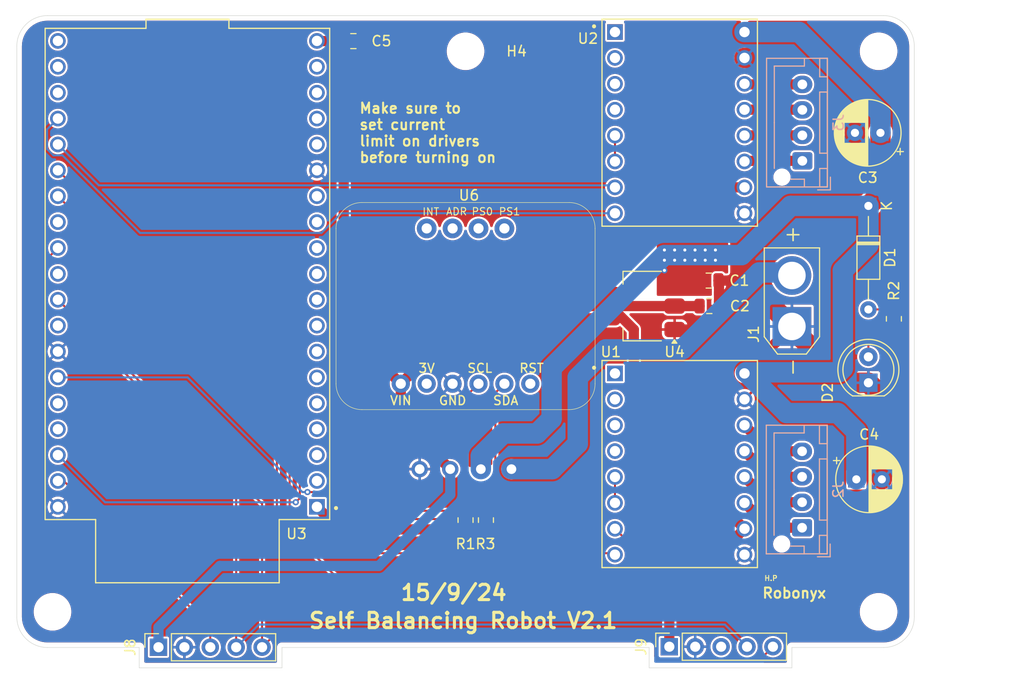
<source format=kicad_pcb>
(kicad_pcb (version 20240108) (generator "pcbnew") (generator_version "8.0")
  (layers (0 "F.Cu" signal) (31 "B.Cu" signal) (34 "B.Paste" user) (35 "F.Paste" user) (36 "B.SilkS" user "B.Silkscreen") (37 "F.SilkS" user "F.Silkscreen") (38 "B.Mask" user) (39 "F.Mask" user) (44 "Edge.Cuts" user))
  (net 0 "")
  (net 1 "Net-(J1-Pin_2)")
  (net 2 "+15V")
  (net 3 "+5V")
  (net 4 "GND")
  (net 5 "Net-(J2-Pin_4)")
  (net 6 "Net-(J2-Pin_1)")
  (net 7 "Net-(J2-Pin_2)")
  (net 8 "Net-(J2-Pin_3)")
  (net 9 "Net-(J3-Pin_1)")
  (net 10 "Net-(J3-Pin_2)")
  (net 11 "Net-(J3-Pin_4)")
  (net 12 "Net-(J3-Pin_3)")
  (net 13 "Net-(U1-~{RESET})")
  (net 18 "+3V3")
  (net 19 "/M1DIR")
  (net 21 "/M1STEP")
  (net 25 "/M2STEP")
  (net 26 "Net-(U2-~{RESET})")
  (net 38 "/M2DIR")
  (net 55 "/SDA")
  (net 56 "/SCL")
  (net 59 "Net-(D1-A)")
  (net 60 "Net-(D2-A)")
  (net 61 "/DIN")
  (net 62 "/CS1")
  (net 63 "/CLK")
  (footprint "SparkFun-Connector:1x01" (layer "F.Cu") (at 122.5 82.5 180)
    (property "Reference" "J7")
    (property "Value" "-SWLED")
    (pad "1" thru_hole circle (at 0 0 270) (size 1.6 1.6) (drill 0.95) (layers "*.Cu" "*.Mask") (net 4 "GND"))
  )
  (footprint "MountingHole:MountingHole_3.2mm_M3" (layer "F.Cu") (at 167.5 96.5)
    (property "Reference" "H3" (hide yes))
    (property "Value" "MountingHole")
    (pad "" np_thru_hole circle (at 0 0) (size 3.2 3.2) (drill 3.2) (layers "*.Cu" "*.Mask"))
  )
  (footprint "Capacitor_THT:CP_Radial_D6.3mm_P2.50mm" (layer "F.Cu") (at 165.317621 83.5)
    (property "Reference" "C4" (at 1.25 -4.4 0) (layer "F.SilkS"))
    (property "Value" "100uF")
    (pad "1" thru_hole rect (at 0 0) (size 1.6 1.6) (drill 0.8) (layers "*.Cu" "*.Mask") (net 2 "+15V"))
    (pad "2" thru_hole circle (at 2.5 0) (size 1.6 1.6) (drill 0.8) (layers "*.Cu" "*.Mask") (net 4 "GND"))
  )
  (footprint "Resistor_SMD:R_0805_2012Metric" (layer "F.Cu") (at 169 67.75 90)
    (property "Reference" "R2" (at 2.75 0 90) (layer "F.SilkS"))
    (property "Value" "1K")
    (pad "1" smd roundrect (at -0.9125 0 90) (size 1.025 1.4) (layers "F.Cu" "F.Paste" "F.Mask") (roundrect_rratio 0.243902) (net 60 "Net-(D2-A)"))
    (pad "2" smd roundrect (at 0.9125 0 90) (size 1.025 1.4) (layers "F.Cu" "F.Paste" "F.Mask") (roundrect_rratio 0.243902) (net 59 "Net-(D1-A)"))
  )
  (footprint "MountingHole:MountingHole_3.2mm_M3" (layer "F.Cu") (at 86.5 96.5)
    (property "Reference" "H1" (hide yes))
    (property "Value" "MountingHole")
    (pad "" np_thru_hole circle (at 0 0) (size 3.2 3.2) (drill 3.2) (layers "*.Cu" "*.Mask"))
  )
  (footprint "Capacitor_SMD:C_0805_2012Metric" (layer "F.Cu") (at 150.9 66.5)
    (property "Reference" "C2" (at 3 0 0) (layer "F.SilkS"))
    (property "Value" "10uF")
    (pad "1" smd roundrect (at -0.95 0) (size 1 1.45) (layers "F.Cu" "F.Paste" "F.Mask") (net 3 "+5V"))
    (pad "2" smd roundrect (at 0.95 0) (size 1 1.45) (layers "F.Cu" "F.Paste" "F.Mask") (net 4 "GND"))
  )
  (footprint "SparkFun-Connector:1x01" (layer "F.Cu") (at 131.5 82.5 180)
    (property "Reference" "J5")
    (property "Value" "-SW")
    (pad "1" thru_hole circle (at 0 0 270) (size 1.6 1.6) (drill 0.95) (layers "*.Cu" "*.Mask") (net 1 "Net-(J1-Pin_2)"))
  )
  (footprint "A4988_STEPPER_MOTOR_DRIVER_CARRIER:MODULE_A4988_STEPPER_MOTOR_DRIVER_CARRIER" (layer "F.Cu") (at 148 48.5)
    (property "Reference" "U2" (at -9 -8.25 0) (layer "F.SilkS"))
    (property "Value" "A4988_STEPPER_MOTOR_DRIVER_CARRIER")
    (pad "1" thru_hole rect (at -6.35 -8.89) (size 1.53 1.53) (drill 1.02) (layers "*.Cu" "*.Mask"))
    (pad "2" thru_hole circle (at -6.35 -6.35) (size 1.53 1.53) (drill 1.02) (layers "*.Cu" "*.Mask"))
    (pad "3" thru_hole circle (at -6.35 -3.81) (size 1.53 1.53) (drill 1.02) (layers "*.Cu" "*.Mask"))
    (pad "4" thru_hole circle (at -6.35 -1.27) (size 1.53 1.53) (drill 1.02) (layers "*.Cu" "*.Mask"))
    (pad "5" thru_hole circle (at -6.35 1.27) (size 1.53 1.53) (drill 1.02) (layers "*.Cu" "*.Mask") (net 26 "Net-(U2-~{RESET})"))
    (pad "6" thru_hole circle (at -6.35 3.81) (size 1.53 1.53) (drill 1.02) (layers "*.Cu" "*.Mask") (net 26 "Net-(U2-~{RESET})"))
    (pad "7" thru_hole circle (at -6.35 6.35) (size 1.53 1.53) (drill 1.02) (layers "*.Cu" "*.Mask") (net 25 "/M2STEP"))
    (pad "8" thru_hole circle (at -6.35 8.89) (size 1.53 1.53) (drill 1.02) (layers "*.Cu" "*.Mask") (net 38 "/M2DIR"))
    (pad "9" thru_hole circle (at 6.35 8.89) (size 1.53 1.53) (drill 1.02) (layers "*.Cu" "*.Mask") (net 4 "GND"))
    (pad "10" thru_hole circle (at 6.35 6.35) (size 1.53 1.53) (drill 1.02) (layers "*.Cu" "*.Mask") (net 3 "+5V"))
    (pad "11" thru_hole circle (at 6.35 3.81) (size 1.53 1.53) (drill 1.02) (layers "*.Cu" "*.Mask") (net 9 "Net-(J3-Pin_1)"))
    (pad "12" thru_hole circle (at 6.35 1.27) (size 1.53 1.53) (drill 1.02) (layers "*.Cu" "*.Mask") (net 10 "Net-(J3-Pin_2)"))
    (pad "13" thru_hole circle (at 6.35 -1.27) (size 1.53 1.53) (drill 1.02) (layers "*.Cu" "*.Mask") (net 12 "Net-(J3-Pin_3)"))
    (pad "14" thru_hole circle (at 6.35 -3.81) (size 1.53 1.53) (drill 1.02) (layers "*.Cu" "*.Mask") (net 11 "Net-(J3-Pin_4)"))
    (pad "15" thru_hole circle (at 6.35 -6.35) (size 1.53 1.53) (drill 1.02) (layers "*.Cu" "*.Mask") (net 4 "GND"))
    (pad "16" thru_hole circle (at 6.35 -8.89) (size 1.53 1.53) (drill 1.02) (layers "*.Cu" "*.Mask") (net 2 "+15V"))
  )
  (footprint "Package_TO_SOT_SMD:SOT-223-3_TabPin2" (layer "F.Cu") (at 144.35 66.5 180)
    (property "Reference" "U4" (at -3.15 -4.5 0) (layer "F.SilkS"))
    (property "Value" "NCP1117-5.0_SOT223")
    (pad "1" smd roundrect (at -3.15 -2.3 180) (size 2 1.5) (layers "F.Cu" "F.Paste" "F.Mask") (net 4 "GND"))
    (pad "2" smd roundrect (at -3.15 0 180) (size 2 1.5) (layers "F.Cu" "F.Paste" "F.Mask") (net 3 "+5V"))
    (pad "2" smd roundrect (at 3.15 0 180) (size 2 3.8) (layers "F.Cu" "F.Paste" "F.Mask") (net 3 "+5V"))
    (pad "3" smd roundrect (at -3.15 2.3 180) (size 2 1.5) (layers "F.Cu" "F.Paste" "F.Mask") (net 2 "+15V"))
  )
  (footprint "LED_THT:LED_D5.0mm" (layer "F.Cu") (at 166.5 74.025 90)
    (property "Reference" "D2" (at -0.975 -4 90) (layer "F.SilkS"))
    (property "Value" "LED")
    (pad "1" thru_hole rect (at 0 0 90) (size 1.8 1.8) (drill 0.9) (layers "*.Cu" "*.Mask") (net 4 "GND"))
    (pad "2" thru_hole circle (at 2.54 0 90) (size 1.8 1.8) (drill 0.9) (layers "*.Cu" "*.Mask") (net 60 "Net-(D2-A)"))
  )
  (footprint "SparkFun-Connector:1x01" (layer "F.Cu") (at 125.5 82.5 180)
    (property "Reference" "J6")
    (property "Value" "+SWLED")
    (pad "1" thru_hole circle (at 0 0 270) (size 1.6 1.6) (drill 0.95) (layers "*.Cu" "*.Mask") (net 3 "+5V"))
  )
  (footprint "Connector_PinSocket_2.54mm:PinSocket_1x05_P2.54mm_Vertical" (layer "F.Cu") (at 146.98 99.925 90)
    (property "Reference" "J9" (at 0 -2.77 90) (layer "F.SilkS"))
    (property "Value" "Conn_01x05")
    (pad "1" thru_hole rect (at 0 0 90) (size 1.7 1.7) (drill 1) (layers "*.Cu" "*.Mask") (net 3 "+5V"))
    (pad "2" thru_hole oval (at 0 2.54 90) (size 1.7 1.7) (drill 1) (layers "*.Cu" "*.Mask") (net 4 "GND"))
    (pad "3" thru_hole oval (at 0 5.08 90) (size 1.7 1.7) (drill 1) (layers "*.Cu" "*.Mask"))
    (pad "4" thru_hole oval (at 0 7.62 90) (size 1.7 1.7) (drill 1) (layers "*.Cu" "*.Mask") (net 62 "/CS1"))
    (pad "5" thru_hole oval (at 0 10.16 90) (size 1.7 1.7) (drill 1) (layers "*.Cu" "*.Mask") (net 63 "/CLK"))
  )
  (footprint "Adafruit IMU BNO055:Adafruit IMU BNO055" (layer "F.Cu") (at 127 66.5)
    (property "Reference" "U6" (at 0.34 -10.87 0) (layer "F.SilkS"))
    (property "Value" "Adafruit IMU BNO055")
    (fp_text user "ADR" (at -0.88 -9.271 0) (layer "F.SilkS") (effects (font (size 0.715264 0.715264) (thickness 0.097536))))
    (fp_text user "VIN" (at -6.35 9.271 0) (layer "F.SilkS") (effects (font (size 0.87376 0.87376) (thickness 0.14224))))
    (fp_text user "RST" (at 6.477 6.096 0) (layer "F.SilkS") (effects (font (size 0.87376 0.87376) (thickness 0.14224))))
    (fp_text user "GND" (at -1.27 9.271 0) (layer "F.SilkS") (effects (font (size 0.87376 0.87376) (thickness 0.14224))))
    (fp_text user "SDA" (at 3.937 9.271 0) (layer "F.SilkS") (effects (font (size 0.87376 0.87376) (thickness 0.14224))))
    (fp_text user "PS1" (at 4.313 -9.271 0) (layer "F.SilkS") (effects (font (size 0.715264 0.715264) (thickness 0.097536))))
    (fp_text user "INT" (at -3.403 -9.2555 0) (layer "F.SilkS") (effects (font (size 0.715264 0.715264) (thickness 0.097536))))
    (fp_text user "PS0" (at 1.646 -9.271 0) (layer "F.SilkS") (effects (font (size 0.715264 0.715264) (thickness 0.097536))))
    (fp_text user "SCL" (at 1.397 6.096 0) (layer "F.SilkS") (effects (font (size 0.87376 0.87376) (thickness 0.14224))))
    (fp_text user "3V" (at -3.81 6.096 0) (layer "F.SilkS") (effects (font (size 0.87376 0.87376) (thickness 0.14224))))
    (pad "1" thru_hole circle (at -6.35 7.62 90) (size 1.778 1.778) (drill 1) (layers "*.Mask" "F.Cu" "In1.Cu" "B.Cu") (net 3 "+5V"))
    (pad "2" thru_hole circle (at -3.81 7.62 90) (size 1.778 1.778) (drill 1) (layers "*.Mask" "F.Cu" "In1.Cu" "B.Cu"))
    (pad "3" thru_hole circle (at -1.27 7.62 90) (size 1.778 1.778) (drill 1) (layers "*.Mask" "F.Cu" "In1.Cu" "B.Cu") (net 4 "GND"))
    (pad "4" thru_hole circle (at 1.27 7.62 90) (size 1.778 1.778) (drill 1) (layers "*.Mask" "F.Cu" "In1.Cu" "B.Cu") (net 56 "/SCL"))
    (pad "5" thru_hole circle (at 3.81 7.62 90) (size 1.778 1.778) (drill 1) (layers "*.Mask" "F.Cu" "In1.Cu" "B.Cu") (net 55 "/SDA"))
    (pad "6" thru_hole circle (at 6.35 7.62 90) (size 1.778 1.778) (drill 1) (layers "*.Mask" "F.Cu" "In1.Cu" "B.Cu"))
    (pad "7" thru_hole circle (at -3.81 -7.62 90) (size 1.9304 1.9304) (drill 1) (layers "*.Cu" "*.Mask"))
    (pad "8" thru_hole circle (at -1.27 -7.62 90) (size 1.9304 1.9304) (drill 1) (layers "*.Cu" "*.Mask"))
    (pad "9" thru_hole circle (at 1.27 -7.62 90) (size 1.9304 1.9304) (drill 1) (layers "*.Cu" "*.Mask"))
    (pad "10" thru_hole circle (at 3.81 -7.62 90) (size 1.9304 1.9304) (drill 1) (layers "*.Cu" "*.Mask"))
  )
  (footprint "SparkFun-Connector:1x01" (layer "F.Cu") (at 128.5 82.5 180)
    (property "Reference" "J4")
    (property "Value" "+SW")
    (pad "1" thru_hole circle (at 0 0 270) (size 1.6 1.6) (drill 0.95) (layers "*.Cu" "*.Mask") (net 2 "+15V"))
  )
  (footprint "ESP32-DEVKITC:MODULE_ESP32-DEVKITC" (layer "F.Cu") (at 99.7275 63.35 180)
    (property "Reference" "U3" (at -10.7 -25.5 0) (layer "F.SilkS"))
    (property "Value" "ESP32-DEVKITC")
    (pad "1" thru_hole rect (at -12.7 -22.85 180) (size 1.53 1.53) (drill 1.02) (layers "*.Cu" "*.Mask") (net 18 "+3V3"))
    (pad "2" thru_hole circle (at -12.7 -20.31 180) (size 1.53 1.53) (drill 1.02) (layers "*.Cu" "*.Mask"))
    (pad "3" thru_hole circle (at -12.7 -17.77 180) (size 1.53 1.53) (drill 1.02) (layers "*.Cu" "*.Mask"))
    (pad "4" thru_hole circle (at -12.7 -15.23 180) (size 1.53 1.53) (drill 1.02) (layers "*.Cu" "*.Mask"))
    (pad "5" thru_hole circle (at -12.7 -12.69 180) (size 1.53 1.53) (drill 1.02) (layers "*.Cu" "*.Mask"))
    (pad "6" thru_hole circle (at -12.7 -10.15 180) (size 1.53 1.53) (drill 1.02) (layers "*.Cu" "*.Mask"))
    (pad "7" thru_hole circle (at -12.7 -7.61 180) (size 1.53 1.53) (drill 1.02) (layers "*.Cu" "*.Mask"))
    (pad "8" thru_hole circle (at -12.7 -5.07 180) (size 1.53 1.53) (drill 1.02) (layers "*.Cu" "*.Mask"))
    (pad "9" thru_hole circle (at -12.7 -2.53 180) (size 1.53 1.53) (drill 1.02) (layers "*.Cu" "*.Mask"))
    (pad "10" thru_hole circle (at -12.7 0.01 180) (size 1.53 1.53) (drill 1.02) (layers "*.Cu" "*.Mask"))
    (pad "11" thru_hole circle (at -12.7 2.55 180) (size 1.53 1.53) (drill 1.02) (layers "*.Cu" "*.Mask"))
    (pad "12" thru_hole circle (at -12.7 5.09 180) (size 1.53 1.53) (drill 1.02) (layers "*.Cu" "*.Mask"))
    (pad "13" thru_hole circle (at -12.7 7.63 180) (size 1.53 1.53) (drill 1.02) (layers "*.Cu" "*.Mask"))
    (pad "14" thru_hole circle (at -12.7 10.17 180) (size 1.53 1.53) (drill 1.02) (layers "*.Cu" "*.Mask") (net 4 "GND"))
    (pad "15" thru_hole circle (at -12.7 12.71 180) (size 1.53 1.53) (drill 1.02) (layers "*.Cu" "*.Mask"))
    (pad "16" thru_hole circle (at -12.7 15.25 180) (size 1.53 1.53) (drill 1.02) (layers "*.Cu" "*.Mask"))
    (pad "17" thru_hole circle (at -12.7 17.79 180) (size 1.53 1.53) (drill 1.02) (layers "*.Cu" "*.Mask"))
    (pad "18" thru_hole circle (at -12.7 20.33 180) (size 1.53 1.53) (drill 1.02) (layers "*.Cu" "*.Mask"))
    (pad "19" thru_hole circle (at -12.7 22.87 180) (size 1.53 1.53) (drill 1.02) (layers "*.Cu" "*.Mask") (net 3 "+5V"))
    (pad "20" thru_hole circle (at 12.7 22.87 180) (size 1.53 1.53) (drill 1.02) (layers "*.Cu" "*.Mask"))
    (pad "21" thru_hole circle (at 12.7 20.33 180) (size 1.53 1.53) (drill 1.02) (layers "*.Cu" "*.Mask"))
    (pad "22" thru_hole circle (at 12.7 17.79 180) (size 1.53 1.53) (drill 1.02) (layers "*.Cu" "*.Mask"))
    (pad "23" thru_hole circle (at 12.7 15.25 180) (size 1.53 1.53) (drill 1.02) (layers "*.Cu" "*.Mask") (net 38 "/M2DIR"))
    (pad "24" thru_hole circle (at 12.7 12.71 180) (size 1.53 1.53) (drill 1.02) (layers "*.Cu" "*.Mask") (net 25 "/M2STEP"))
    (pad "25" thru_hole circle (at 12.7 10.17 180) (size 1.53 1.53) (drill 1.02) (layers "*.Cu" "*.Mask") (net 19 "/M1DIR"))
    (pad "26" thru_hole circle (at 12.7 7.63 180) (size 1.53 1.53) (drill 1.02) (layers "*.Cu" "*.Mask") (net 21 "/M1STEP"))
    (pad "27" thru_hole circle (at 12.7 5.09 180) (size 1.53 1.53) (drill 1.02) (layers "*.Cu" "*.Mask"))
    (pad "28" thru_hole circle (at 12.7 2.55 180) (size 1.53 1.53) (drill 1.02) (layers "*.Cu" "*.Mask") (net 62 "/CS1"))
    (pad "29" thru_hole circle (at 12.7 0.01 180) (size 1.53 1.53) (drill 1.02) (layers "*.Cu" "*.Mask"))
    (pad "30" thru_hole circle (at 12.7 -2.53 180) (size 1.53 1.53) (drill 1.02) (layers "*.Cu" "*.Mask") (net 63 "/CLK"))
    (pad "31" thru_hole circle (at 12.7 -5.07 180) (size 1.53 1.53) (drill 1.02) (layers "*.Cu" "*.Mask"))
    (pad "32" thru_hole circle (at 12.7 -7.61 180) (size 1.53 1.53) (drill 1.02) (layers "*.Cu" "*.Mask") (net 4 "GND"))
    (pad "33" thru_hole circle (at 12.7 -10.15 180) (size 1.53 1.53) (drill 1.02) (layers "*.Cu" "*.Mask") (net 55 "/SDA"))
    (pad "34" thru_hole circle (at 12.7 -12.69 180) (size 1.53 1.53) (drill 1.02) (layers "*.Cu" "*.Mask"))
    (pad "35" thru_hole circle (at 12.7 -15.23 180) (size 1.53 1.53) (drill 1.02) (layers "*.Cu" "*.Mask"))
    (pad "36" thru_hole circle (at 12.7 -17.77 180) (size 1.53 1.53) (drill 1.02) (layers "*.Cu" "*.Mask") (net 56 "/SCL"))
    (pad "37" thru_hole circle (at 12.7 -20.31 180) (size 1.53 1.53) (drill 1.02) (layers "*.Cu" "*.Mask") (net 61 "/DIN"))
    (pad "38" thru_hole circle (at 12.7 -22.85 180) (size 1.53 1.53) (drill 1.02) (layers "*.Cu" "*.Mask") (net 4 "GND"))
  )
  (footprint "Capacitor_SMD:C_0805_2012Metric" (layer "F.Cu") (at 150.85 64)
    (property "Reference" "C1" (at 3 0 0) (layer "F.SilkS"))
    (property "Value" "10uF")
    (pad "1" smd roundrect (at -0.95 0) (size 1 1.45) (layers "F.Cu" "F.Paste" "F.Mask") (net 2 "+15V"))
    (pad "2" smd roundrect (at 0.95 0) (size 1 1.45) (layers "F.Cu" "F.Paste" "F.Mask") (net 4 "GND"))
  )
  (footprint "Diode_THT:D_DO-35_SOD27_P10.16mm_Horizontal" (layer "F.Cu") (at 166.5 56.67 -90)
    (property "Reference" "D1" (at 5.08 -2.12 90) (layer "F.SilkS"))
    (property "Value" "D_Zener")
    (fp_text user "K" (at 0 -1.8 90) (layer "F.SilkS"))
    (pad "1" thru_hole rect (at 0 0 270) (size 1.6 1.6) (drill 0.8) (layers "*.Cu" "*.Mask") (net 2 "+15V"))
    (pad "2" thru_hole oval (at 10.16 0 270) (size 1.6 1.6) (drill 0.8) (layers "*.Cu" "*.Mask") (net 59 "Net-(D1-A)"))
  )
  (footprint "Connector_PinSocket_2.54mm:PinSocket_1x05_P2.54mm_Vertical" (layer "F.Cu") (at 96.89 99.975 90)
    (property "Reference" "J8" (at 0 -2.77 90) (layer "F.SilkS"))
    (property "Value" "Conn_01x05")
    (pad "1" thru_hole rect (at 0 0 90) (size 1.7 1.7) (drill 1) (layers "*.Cu" "*.Mask") (net 3 "+5V"))
    (pad "2" thru_hole oval (at 0 2.54 90) (size 1.7 1.7) (drill 1) (layers "*.Cu" "*.Mask") (net 4 "GND"))
    (pad "3" thru_hole oval (at 0 5.08 90) (size 1.7 1.7) (drill 1) (layers "*.Cu" "*.Mask") (net 61 "/DIN"))
    (pad "4" thru_hole oval (at 0 7.62 90) (size 1.7 1.7) (drill 1) (layers "*.Cu" "*.Mask") (net 62 "/CS1"))
    (pad "5" thru_hole oval (at 0 10.16 90) (size 1.7 1.7) (drill 1) (layers "*.Cu" "*.Mask") (net 63 "/CLK"))
  )
  (footprint "Capacitor_SMD:C_0805_2012Metric" (layer "F.Cu") (at 116 40.5)
    (property "Reference" "C5" (at 2.75 0 0) (layer "F.SilkS"))
    (property "Value" "10uF")
    (pad "1" smd roundrect (at -0.95 0) (size 1 1.45) (layers "F.Cu" "F.Paste" "F.Mask") (net 3 "+5V"))
    (pad "2" smd roundrect (at 0.95 0) (size 1 1.45) (layers "F.Cu" "F.Paste" "F.Mask") (net 4 "GND"))
  )
  (footprint "MountingHole:MountingHole_3.2mm_M3" (layer "F.Cu") (at 127 41.5)
    (property "Reference" "H4" (at 5 0 0) (layer "F.SilkS"))
    (property "Value" "MountingHole")
    (pad "" np_thru_hole circle (at 0 0) (size 3.2 3.2) (drill 3.2) (layers "*.Cu" "*.Mask"))
  )
  (footprint "Resistor_SMD:R_0805_2012Metric" (layer "F.Cu") (at 129 87.5 -90)
    (property "Reference" "R3" (at 2.3375 0.05 180) (layer "F.SilkS"))
    (property "Value" "4K7")
    (pad "1" smd roundrect (at -0.9125 0 270) (size 1.025 1.4) (layers "F.Cu" "F.Paste" "F.Mask") (roundrect_rratio 0.243902) (net 55 "/SDA"))
    (pad "2" smd roundrect (at 0.9125 0 270) (size 1.025 1.4) (layers "F.Cu" "F.Paste" "F.Mask") (roundrect_rratio 0.243902) (net 18 "+3V3"))
  )
  (footprint "Resistor_SMD:R_0805_2012Metric" (layer "F.Cu") (at 127 87.5 -90)
    (property "Reference" "R1" (at 2.3375 0 180) (layer "F.SilkS"))
    (property "Value" "4K7")
    (pad "1" smd roundrect (at -0.9125 0 270) (size 1.025 1.4) (layers "F.Cu" "F.Paste" "F.Mask") (roundrect_rratio 0.243902) (net 56 "/SCL"))
    (pad "2" smd roundrect (at 0.9125 0 270) (size 1.025 1.4) (layers "F.Cu" "F.Paste" "F.Mask") (roundrect_rratio 0.243902) (net 18 "+3V3"))
  )
  (footprint "Capacitor_THT:CP_Radial_D6.3mm_P2.50mm" (layer "F.Cu") (at 167.68238 49.5 180)
    (property "Reference" "C3" (at 1.25 -4.4 0) (layer "F.SilkS"))
    (property "Value" "100uF")
    (pad "1" thru_hole rect (at 0 0 180) (size 1.6 1.6) (drill 0.8) (layers "*.Cu" "*.Mask") (net 2 "+15V"))
    (pad "2" thru_hole circle (at 2.5 0 180) (size 1.6 1.6) (drill 0.8) (layers "*.Cu" "*.Mask") (net 4 "GND"))
  )
  (footprint "MountingHole:MountingHole_3.2mm_M3" (layer "F.Cu") (at 167.5 41.5)
    (property "Reference" "H2" (hide yes))
    (property "Value" "MountingHole")
    (pad "" np_thru_hole circle (at 0 0) (size 3.2 3.2) (drill 3.2) (layers "*.Cu" "*.Mask"))
  )
  (footprint "Connector_AMASS:AMASS_XT30U-M_1x02_P5.0mm_Vertical" (layer "F.Cu") (at 159 68.5 90)
    (property "Reference" "J1" (at -0.75 -3.75 90) (layer "F.SilkS"))
    (property "Value" "Conn_01x02")
    (fp_text user "-" (at -4 0 90) (layer "F.SilkS") (effects (font (size 1.5 1.5))))
    (fp_text user "+" (at 9 0 90) (layer "F.SilkS") (effects (font (size 1.5 1.5))))
    (pad "1" thru_hole rect (at 0 0 90) (size 3.8 3.8) (drill 2.7) (layers "*.Cu" "*.Mask") (net 4 "GND"))
    (pad "2" thru_hole circle (at 5 0 90) (size 3.8 3.8) (drill 2.7) (layers "*.Cu" "*.Mask") (net 1 "Net-(J1-Pin_2)"))
  )
  (footprint "A4988_STEPPER_MOTOR_DRIVER_CARRIER:MODULE_A4988_STEPPER_MOTOR_DRIVER_CARRIER" (layer "F.Cu") (at 148 82)
    (property "Reference" "U1" (at -6.75 -11 0) (layer "F.SilkS"))
    (property "Value" "A4988_STEPPER_MOTOR_DRIVER_CARRIER")
    (pad "1" thru_hole rect (at -6.35 -8.89) (size 1.53 1.53) (drill 1.02) (layers "*.Cu" "*.Mask"))
    (pad "2" thru_hole circle (at -6.35 -6.35) (size 1.53 1.53) (drill 1.02) (layers "*.Cu" "*.Mask"))
    (pad "3" thru_hole circle (at -6.35 -3.81) (size 1.53 1.53) (drill 1.02) (layers "*.Cu" "*.Mask"))
    (pad "4" thru_hole circle (at -6.35 -1.27) (size 1.53 1.53) (drill 1.02) (layers "*.Cu" "*.Mask"))
    (pad "5" thru_hole circle (at -6.35 1.27) (size 1.53 1.53) (drill 1.02) (layers "*.Cu" "*.Mask") (net 13 "Net-(U1-~{RESET})"))
    (pad "6" thru_hole circle (at -6.35 3.81) (size 1.53 1.53) (drill 1.02) (layers "*.Cu" "*.Mask") (net 13 "Net-(U1-~{RESET})"))
    (pad "7" thru_hole circle (at -6.35 6.35) (size 1.53 1.53) (drill 1.02) (layers "*.Cu" "*.Mask") (net 21 "/M1STEP"))
    (pad "8" thru_hole circle (at -6.35 8.89) (size 1.53 1.53) (drill 1.02) (layers "*.Cu" "*.Mask") (net 19 "/M1DIR"))
    (pad "9" thru_hole circle (at 6.35 8.89) (size 1.53 1.53) (drill 1.02) (layers "*.Cu" "*.Mask") (net 4 "GND"))
    (pad "10" thru_hole circle (at 6.35 6.35) (size 1.53 1.53) (drill 1.02) (layers "*.Cu" "*.Mask") (net 3 "+5V"))
    (pad "11" thru_hole circle (at 6.35 3.81) (size 1.53 1.53) (drill 1.02) (layers "*.Cu" "*.Mask") (net 6 "Net-(J2-Pin_1)"))
    (pad "12" thru_hole circle (at 6.35 1.27) (size 1.53 1.53) (drill 1.02) (layers "*.Cu" "*.Mask") (net 7 "Net-(J2-Pin_2)"))
    (pad "13" thru_hole circle (at 6.35 -1.27) (size 1.53 1.53) (drill 1.02) (layers "*.Cu" "*.Mask") (net 8 "Net-(J2-Pin_3)"))
    (pad "14" thru_hole circle (at 6.35 -3.81) (size 1.53 1.53) (drill 1.02) (layers "*.Cu" "*.Mask") (net 5 "Net-(J2-Pin_4)"))
    (pad "15" thru_hole circle (at 6.35 -6.35) (size 1.53 1.53) (drill 1.02) (layers "*.Cu" "*.Mask") (net 4 "GND"))
    (pad "16" thru_hole circle (at 6.35 -8.89) (size 1.53 1.53) (drill 1.02) (layers "*.Cu" "*.Mask") (net 2 "+15V"))
  )
  (footprint "Connector_JST:JST_XH_B4B-XH-AM_1x04_P2.50mm_Vertical" (layer "B.Cu") (at 160.025 52.25 90)
    (property "Reference" "J3" (at 3.75 3.55 90) (layer "B.SilkS") (effects (justify mirror)))
    (property "Value" "Conn_01x04")
    (pad "" np_thru_hole circle (at -1.6 -2 90) (size 1.2 1.2) (drill 1.2) (layers "*.Cu" "*.Mask"))
    (pad "1" thru_hole roundrect (at 0 0 90) (size 1.7 1.95) (drill 0.95) (layers "*.Cu" "*.Mask") (roundrect_rratio 0.147059) (net 9 "Net-(J3-Pin_1)"))
    (pad "2" thru_hole oval (at 2.5 0 90) (size 1.7 1.95) (drill 0.95) (layers "*.Cu" "*.Mask") (net 10 "Net-(J3-Pin_2)"))
    (pad "3" thru_hole oval (at 5 0 90) (size 1.7 1.95) (drill 0.95) (layers "*.Cu" "*.Mask") (net 12 "Net-(J3-Pin_3)"))
    (pad "4" thru_hole oval (at 7.5 0 90) (size 1.7 1.95) (drill 0.95) (layers "*.Cu" "*.Mask") (net 11 "Net-(J3-Pin_4)"))
  )
  (footprint "Connector_JST:JST_XH_B4B-XH-AM_1x04_P2.50mm_Vertical" (layer "B.Cu") (at 160 88.25 90)
    (property "Reference" "J2" (at 3.75 3.55 90) (layer "B.SilkS") (effects (justify mirror)))
    (property "Value" "Conn_01x04")
    (pad "" np_thru_hole circle (at -1.6 -2 90) (size 1.2 1.2) (drill 1.2) (layers "*.Cu" "*.Mask"))
    (pad "1" thru_hole roundrect (at 0 0 90) (size 1.7 1.95) (drill 0.95) (layers "*.Cu" "*.Mask") (roundrect_rratio 0.147059) (net 6 "Net-(J2-Pin_1)"))
    (pad "2" thru_hole oval (at 2.5 0 90) (size 1.7 1.95) (drill 0.95) (layers "*.Cu" "*.Mask") (net 7 "Net-(J2-Pin_2)"))
    (pad "3" thru_hole oval (at 5 0 90) (size 1.7 1.95) (drill 0.95) (layers "*.Cu" "*.Mask") (net 8 "Net-(J2-Pin_3)"))
    (pad "4" thru_hole oval (at 7.5 0 90) (size 1.7 1.95) (drill 0.95) (layers "*.Cu" "*.Mask") (net 5 "Net-(J2-Pin_4)"))
  )
  (gr_arc (start 86 100.000001) (mid 83.87868 99.121321) (end 83 97.000001) (stroke (width 0.05)) (layer "Edge.Cuts"))
  (gr_line (start 145 102) (end 159 102) (stroke (width 0.05)) (layer "Edge.Cuts"))
  (gr_line (start 168 38) (end 86 38) (stroke (width 0.05)) (layer "Edge.Cuts"))
  (gr_line (start 145 100) (end 145 102) (stroke (width 0.05)) (layer "Edge.Cuts"))
  (gr_line (start 159 100) (end 168.000001 100.000001) (stroke (width 0.05)) (layer "Edge.Cuts"))
  (gr_line (start 86 100) (end 95 100) (stroke (width 0.05)) (layer "Edge.Cuts"))
  (gr_arc (start 171.000001 97.000001) (mid 170.121321 99.121321) (end 168.000001 100.000001) (stroke (width 0.05)) (layer "Edge.Cuts"))
  (gr_line (start 95 100) (end 95 102) (stroke (width 0.05)) (layer "Edge.Cuts"))
  (gr_line (start 95 102) (end 109 102) (stroke (width 0.05)) (layer "Edge.Cuts"))
  (gr_line (start 171.000001 97.000001) (end 171 41) (stroke (width 0.05)) (layer "Edge.Cuts"))
  (gr_arc (start 168 38) (mid 170.12132 38.87868) (end 171 41) (stroke (width 0.05)) (layer "Edge.Cuts"))
  (gr_line (start 109 100) (end 145 100) (stroke (width 0.05)) (layer "Edge.Cuts"))
  (gr_arc (start 83 41) (mid 83.87868 38.87868) (end 86 38) (stroke (width 0.05)) (layer "Edge.Cuts"))
  (gr_line (start 109 102) (end 109 100) (stroke (width 0.05)) (layer "Edge.Cuts"))
  (gr_line (start 83 41) (end 83 97.000001) (stroke (width 0.05)) (layer "Edge.Cuts"))
  (gr_line (start 159 102) (end 159 100) (stroke (width 0.05)) (layer "Edge.Cuts"))
  (gr_text "Robonyx" (at 156 95.25 0) (layer "F.SilkS") (effects (font (size 1 1) (thickness 0.2) (bold yes)) (justify left bottom)))
  (gr_text "Make sure to \nset current\nlimit on drivers \nbefore turning on" (at 116.5 52.5 0) (layer "F.SilkS") (effects (font (size 1 1) (thickness 0.2) (bold yes)) (justify left bottom)))
  (gr_text "Self Balancing Robot V2.1" (at 111.5 98.25 0) (layer "F.SilkS") (effects (font (size 1.5 1.5) (thickness 0.3) (bold yes)) (justify left bottom)))
  (gr_text "H.P" (at 156.25 93.5 0) (layer "F.SilkS") (effects (font (size 0.5 0.5) (thickness 0.1) (bold yes)) (justify left bottom)))
  (gr_text "15/9/24" (at 120.5 95.5 0) (layer "F.SilkS") (effects (font (size 1.5 1.5) (thickness 0.3) (bold yes)) (justify left bottom)))
  (segment (start 138 80) (end 135.5 82.5) (width 2) (layer "B.Cu") (net 1))
  (segment (start 135.5 82.5) (end 131.5 82.5) (width 2) (layer "B.Cu") (net 1))
  (segment (start 155.8 63.2) (end 148.25 70.75) (width 2) (layer "B.Cu") (net 1))
  (segment (start 159.25 63.2) (end 155.8 63.2) (width 2) (layer "B.Cu") (net 1))
  (segment (start 140.75 70.75) (end 138 73.5) (width 2) (layer "B.Cu") (net 1))
  (segment (start 148.25 70.75) (end 140.75 70.75) (width 2) (layer "B.Cu") (net 1))
  (segment (start 138 73.5) (end 138 80) (width 2) (layer "B.Cu") (net 1))
  (segment (start 167.68238 55.48762) (end 167.68238 49.5) (width 2) (layer "F.Cu") (net 2))
  (segment (start 166.5 56.67) (end 167.68238 55.48762) (width 2) (layer "F.Cu") (net 2))
  (via (at 151.5 61) (size 0.6) (drill 0.3) (layers "F.Cu" "B.Cu") (net 2))
  (via (at 150.5 62) (size 0.6) (drill 0.3) (layers "F.Cu" "B.Cu") (net 2))
  (via (at 147.5 61) (size 0.6) (drill 0.3) (layers "F.Cu" "B.Cu") (net 2))
  (via (at 151.5 62) (size 0.6) (drill 0.3) (layers "F.Cu" "B.Cu") (net 2))
  (via (at 149.5 62) (size 0.6) (drill 0.3) (layers "F.Cu" "B.Cu") (net 2))
  (via (at 148.5 61) (size 0.6) (drill 0.3) (layers "F.Cu" "B.Cu") (net 2))
  (via (at 148.5 62) (size 0.6) (drill 0.3) (layers "F.Cu" "B.Cu") (net 2))
  (via (at 149.5 61) (size 0.6) (drill 0.3) (layers "F.Cu" "B.Cu") (net 2))
  (via (at 146.5 61) (size 0.6) (drill 0.3) (layers "F.Cu" "B.Cu") (net 2))
  (via (at 150.5 61) (size 0.6) (drill 0.3) (layers "F.Cu" "B.Cu") (net 2))
  (via (at 146.5 63) (size 0.6) (drill 0.3) (layers "F.Cu" "B.Cu") (net 2))
  (via (at 147.5 62) (size 0.6) (drill 0.3) (layers "F.Cu" "B.Cu") (net 2))
  (via (at 146.5 62) (size 0.6) (drill 0.3) (layers "F.Cu" "B.Cu") (net 2))
  (segment (start 163.5 77) (end 165.317621 78.817621) (width 2) (layer "B.Cu") (net 2))
  (segment (start 166.5 56.67) (end 166.5 60.5) (width 2) (layer "B.Cu") (net 2))
  (segment (start 154.35 39.61) (end 159.70119 39.61) (width 2) (layer "B.Cu") (net 2))
  (segment (start 159.70119 39.61) (end 167.68238 47.59119) (width 2) (layer "B.Cu") (net 2))
  (segment (start 164 72.6) (end 163.6 73) (width 2) (layer "B.Cu") (net 2))
  (segment (start 167.68238 47.59119) (end 167.68238 49.5) (width 2) (layer "B.Cu") (net 2))
  (segment (start 158.5 77) (end 163.5 77) (width 2) (layer "B.Cu") (net 2))
  (segment (start 128.5 81.203541) (end 130.703541 79) (width 2) (layer "B.Cu") (net 2))
  (segment (start 154.05 61.5) (end 158.88 56.67) (width 2) (layer "B.Cu") (net 2))
  (segment (start 130.703541 79) (end 134 79) (width 2) (layer "B.Cu") (net 2))
  (segment (start 164 63) (end 164 72.6) (width 2) (layer "B.Cu") (net 2))
  (segment (start 165.317621 78.817621) (end 165.317621 83.5) (width 2) (layer "B.Cu") (net 2))
  (segment (start 135.439 77.561) (end 135.439 72.561) (width 2) (layer "B.Cu") (net 2))
  (segment (start 134 79) (end 135.439 77.561) (width 2) (layer "B.Cu") (net 2))
  (segment (start 158.88 56.67) (end 166.5 56.67) (width 2) (layer "B.Cu") (net 2))
  (segment (start 128.5 82.5) (end 128.5 81.203541) (width 2) (layer "B.Cu") (net 2))
  (segment (start 135.439 72.561) (end 146.5 61.5) (width 2) (layer "B.Cu") (net 2))
  (segment (start 154.5 73) (end 158.5 77) (width 2) (layer "B.Cu") (net 2))
  (segment (start 166.5 60.5) (end 164 63) (width 2) (layer "B.Cu") (net 2))
  (segment (start 163.6 73) (end 154.5 73) (width 2) (layer "B.Cu") (net 2))
  (segment (start 146.5 61.5) (end 154.05 61.5) (width 2) (layer "B.Cu") (net 2))
  (segment (start 115.05 68.52) (end 120.65 74.12) (width 1) (layer "F.Cu") (net 3))
  (segment (start 115.05 40.5) (end 112.4475 40.5) (width 1) (layer "F.Cu") (net 3))
  (segment (start 141.2 66.5) (end 143.5 68.8) (width 1) (layer "F.Cu") (net 3))
  (segment (start 115.05 40.5) (end 115.05 68.52) (width 1) (layer "F.Cu") (net 3))
  (segment (start 112.4475 40.5) (end 112.4275 40.48) (width 1) (layer "F.Cu") (net 3))
  (segment (start 143.5 77.5) (end 154.35 88.35) (width 1) (layer "F.Cu") (net 3))
  (segment (start 128.27 66.5) (end 120.65 74.12) (width 1) (layer "F.Cu") (net 3))
  (segment (start 149.65 54.85) (end 154.35 54.85) (width 1) (layer "F.Cu") (net 3))
  (segment (start 147.5 66.5) (end 141.2 66.5) (width 1) (layer "F.Cu") (net 3))
  (segment (start 141.2 63.3) (end 149.65 54.85) (width 1) (layer "F.Cu") (net 3))
  (segment (start 141.2 66.5) (end 141.2 63.3) (width 1) (layer "F.Cu") (net 3))
  (segment (start 143.5 68.8) (end 143.5 77.5) (width 1) (layer "F.Cu") (net 3))
  (segment (start 146.98 95.72) (end 146.98 99.925) (width 1) (layer "F.Cu") (net 3))
  (segment (start 154.35 88.35) (end 146.98 95.72) (width 1) (layer "F.Cu") (net 3))
  (segment (start 120.65 74.12) (end 120.65 77.65) (width 1) (layer "F.Cu") (net 3))
  (segment (start 149.95 66.5) (end 147.5 66.5) (width 1) (layer "F.Cu") (net 3))
  (segment (start 120.65 77.65) (end 125.5 82.5) (width 1) (layer "F.Cu") (net 3))
  (segment (start 141.2 66.5) (end 128.27 66.5) (width 1) (layer "F.Cu") (net 3))
  (segment (start 125.5 85) (end 118.5 92) (width 1) (layer "B.Cu") (net 3))
  (segment (start 102.915 92) (end 96.89 98.025) (width 1) (layer "B.Cu") (net 3))
  (segment (start 125.5 82.5) (end 125.5 85) (width 1) (layer "B.Cu") (net 3))
  (segment (start 118.5 92) (end 102.915 92) (width 1) (layer "B.Cu") (net 3))
  (segment (start 96.89 98.025) (end 96.89 99.975) (width 1) (layer "B.Cu") (net 3))
  (segment (start 155.5 65) (end 154.5 64) (width 1) (layer "F.Cu") (net 4))
  (segment (start 154.5 64) (end 151.8 64) (width 1) (layer "F.Cu") (net 4))
  (segment (start 151.85 66.5) (end 151.85 64.05) (width 1) (layer "F.Cu") (net 4))
  (segment (start 147.5 68.8) (end 150.275 68.8) (width 1) (layer "F.Cu") (net 4))
  (segment (start 147.2625 69.0375) (end 147.5 68.8) (width 1) (layer "F.Cu") (net 4))
  (segment (start 151.85 67.225) (end 151.85 66.5) (width 1) (layer "F.Cu") (net 4))
  (segment (start 165.18238 46.18238) (end 161.15 42.15) (width 2) (layer "F.Cu") (net 4))
  (segment (start 161.15 42.15) (end 154.35 42.15) (width 2) (layer "F.Cu") (net 4))
  (segment (start 159 68.5) (end 159 68.675) (width 2) (layer "F.Cu") (net 4))
  (segment (start 150.275 68.8) (end 151.85 67.225) (width 1) (layer "F.Cu") (net 4))
  (segment (start 159 68.5) (end 154.5 64) (width 2) (layer "F.Cu") (net 4))
  (segment (start 157 70.5) (end 155.85 70.5) (width 1) (layer "F.Cu") (net 4))
  (segment (start 167.817621 75.342621) (end 166.5 74.025) (width 2) (layer "F.Cu") (net 4))
  (segment (start 151.85 64.05) (end 151.8 64) (width 1) (layer "F.Cu") (net 4))
  (segment (start 165.18238 50.81762) (end 165.18238 49.5) (width 2) (layer "F.Cu") (net 4))
  (segment (start 159 68.5) (end 157 70.5) (width 1) (layer "F.Cu") (net 4))
  (segment (start 165.18238 49.5) (end 165.18238 46.18238) (width 2) (layer "F.Cu") (net 4))
  (segment (start 155.85 70.5) (end 151.85 66.5) (width 1) (layer "F.Cu") (net 4))
  (segment (start 167.817621 83.5) (end 167.817621 75.342621) (width 2) (layer "F.Cu") (net 4))
  (segment (start 159 68.675) (end 164.35 74.025) (width 2) (layer "F.Cu") (net 4))
  (segment (start 154.5 61.5) (end 165.18238 50.81762) (width 2) (layer "F.Cu") (net 4))
  (segment (start 154.5 64) (end 154.5 61.5) (width 2) (layer "F.Cu") (net 4))
  (segment (start 164.35 74.025) (end 166.5 74.025) (width 2) (layer "F.Cu") (net 4))
  (segment (start 156.91 80.75) (end 154.35 78.19) (width 1) (layer "F.Cu") (net 5))
  (segment (start 160 80.75) (end 156.91 80.75) (width 1) (layer "F.Cu") (net 5))
  (segment (start 160 88.25) (end 156.79 88.25) (width 1) (layer "F.Cu") (net 6))
  (segment (start 156.79 88.25) (end 154.35 85.81) (width 1) (layer "F.Cu") (net 6))
  (segment (start 156.83 85.75) (end 154.35 83.27) (width 1) (layer "F.Cu") (net 7))
  (segment (start 160 85.75) (end 156.83 85.75) (width 1) (layer "F.Cu") (net 7))
  (segment (start 160 83.25) (end 156.87 83.25) (width 1) (layer "F.Cu") (net 8))
  (segment (start 156.87 83.25) (end 154.35 80.73) (width 1) (layer "F.Cu") (net 8))
  (segment (start 160.025 52.25) (end 154.41 52.25) (width 1) (layer "F.Cu") (net 9))
  (segment (start 154.41 52.25) (end 154.35 52.31) (width 1) (layer "F.Cu") (net 9))
  (segment (start 160.025 49.75) (end 154.37 49.75) (width 1) (layer "F.Cu") (net 10))
  (segment (start 154.37 49.75) (end 154.35 49.77) (width 1) (layer "F.Cu") (net 10))
  (segment (start 160.025 44.75) (end 154.41 44.75) (width 1) (layer "F.Cu") (net 11))
  (segment (start 154.41 44.75) (end 154.35 44.69) (width 1) (layer "F.Cu") (net 11))
  (segment (start 160.005 47.23) (end 160.025 47.25) (width 1) (layer "F.Cu") (net 12))
  (segment (start 154.35 47.23) (end 160.005 47.23) (width 1) (layer "F.Cu") (net 12))
  (segment (start 141.65 83.27) (end 141.65 85.81) (width 0.2) (layer "F.Cu") (net 13))
  (segment (start 112.4275 86.2) (end 114.64 88.4125) (width 1) (layer "F.Cu") (net 18))
  (segment (start 114.64 88.4125) (end 129 88.4125) (width 1) (layer "F.Cu") (net 18))
  (segment (start 141.51 90.75) (end 114.25 90.75) (width 0.2) (layer "F.Cu") (net 19))
  (segment (start 141.65 90.89) (end 141.51 90.75) (width 0.2) (layer "F.Cu") (net 19))
  (segment (start 114.25 90.75) (end 109.75 86.25) (width 0.2) (layer "F.Cu") (net 19))
  (segment (start 109.75 75.9025) (end 87.0275 53.18) (width 0.2) (layer "F.Cu") (net 19))
  (segment (start 109.75 86.25) (end 109.75 75.9025) (width 0.2) (layer "F.Cu") (net 19))
  (segment (start 114.5 93.25) (end 108.5 87.25) (width 0.2) (layer "F.Cu") (net 21))
  (segment (start 143.5 90.2) (end 143.5 91.5) (width 0.2) (layer "F.Cu") (net 21))
  (segment (start 141.65 88.35) (end 143.5 90.2) (width 0.2) (layer "F.Cu") (net 21))
  (segment (start 143.5 91.5) (end 141.75 93.25) (width 0.2) (layer "F.Cu") (net 21))
  (segment (start 108.5 87.25) (end 108.5 77.1925) (width 0.2) (layer "F.Cu") (net 21))
  (segment (start 108.5 77.1925) (end 87.0275 55.72) (width 0.2) (layer "F.Cu") (net 21))
  (segment (start 141.75 93.25) (end 114.5 93.25) (width 0.2) (layer "F.Cu") (net 21))
  (segment (start 141.455 54.655) (end 91.0425 54.655) (width 0.2) (layer "B.Cu") (net 25))
  (segment (start 91.0425 54.655) (end 87.0275 50.64) (width 0.2) (layer "B.Cu") (net 25))
  (segment (start 141.65 54.85) (end 141.455 54.655) (width 0.2) (layer "B.Cu") (net 25))
  (segment (start 141.65 52.31) (end 141.65 49.77) (width 0.2) (layer "F.Cu") (net 26))
  (segment (start 85.9625 51.081138) (end 85.9625 49.165) (width 0.2) (layer "B.Cu") (net 38))
  (segment (start 87.468638 51.705) (end 86.586362 51.705) (width 0.2) (layer "B.Cu") (net 38))
  (segment (start 141.65 57.39) (end 114.803638 57.39) (width 0.2) (layer "B.Cu") (net 38))
  (segment (start 85.9625 49.165) (end 87.0275 48.1) (width 0.2) (layer "B.Cu") (net 38))
  (segment (start 114.803638 57.39) (end 112.868638 59.325) (width 0.2) (layer "B.Cu") (net 38))
  (segment (start 112.868638 59.325) (end 95.088638 59.325) (width 0.2) (layer "B.Cu") (net 38))
  (segment (start 86.586362 51.705) (end 85.9625 51.081138) (width 0.2) (layer "B.Cu") (net 38))
  (segment (start 95.088638 59.325) (end 87.468638 51.705) (width 0.2) (layer "B.Cu") (net 38))
  (segment (start 113.1075 84.75) (end 115.7575 87.4) (width 0.2) (layer "F.Cu") (net 55))
  (segment (start 111.5 84.75) (end 113.1075 84.75) (width 0.2) (layer "F.Cu") (net 55))
  (segment (start 129.921001 75.008999) (end 129.921001 85.666499) (width 0.2) (layer "F.Cu") (net 55))
  (segment (start 128.1875 87.4) (end 129 86.5875) (width 0.2) (layer "F.Cu") (net 55))
  (segment (start 115.7575 87.4) (end 128.1875 87.4) (width 0.2) (layer "F.Cu") (net 55))
  (segment (start 130.81 74.12) (end 129.921001 75.008999) (width 0.2) (layer "F.Cu") (net 55))
  (segment (start 129.921001 85.666499) (end 129 86.5875) (width 0.2) (layer "F.Cu") (net 55))
  (via (at 111.5 84.75) (size 0.6) (drill 0.3) (layers "F.Cu" "B.Cu") (net 55))
  (segment (start 99.75 73.5) (end 87.0275 73.5) (width 0.2) (layer "B.Cu") (net 55))
  (segment (start 111 84.75) (end 99.75 73.5) (width 0.2) (layer "B.Cu") (net 55))
  (segment (start 111.5 84.75) (end 111 84.75) (width 0.2) (layer "B.Cu") (net 55))
  (segment (start 110.75 83.75) (end 111.905 82.595) (width 0.2) (layer "F.Cu") (net 56))
  (segment (start 112.868638 82.595) (end 116.861138 86.5875) (width 0.2) (layer "F.Cu") (net 56))
  (segment (start 110.35 85.75) (end 110.75 85.35) (width 0.2) (layer "F.Cu") (net 56))
  (segment (start 127 75.39) (end 127 86.5875) (width 0.2) (layer "F.Cu") (net 56))
  (segment (start 116.861138 86.5875) (end 127 86.5875) (width 0.2) (layer "F.Cu") (net 56))
  (segment (start 111.905 82.595) (end 112.868638 82.595) (width 0.2) (layer "F.Cu") (net 56))
  (segment (start 128.27 74.12) (end 127 75.39) (width 0.2) (layer "F.Cu") (net 56))
  (segment (start 110.75 85.35) (end 110.75 83.75) (width 0.2) (layer "F.Cu") (net 56))
  (via (at 110.35 85.75) (size 0.6) (drill 0.3) (layers "F.Cu" "B.Cu") (net 56))
  (segment (start 91.6575 85.75) (end 87.0275 81.12) (width 0.2) (layer "B.Cu") (net 56))
  (segment (start 110.35 85.75) (end 91.6575 85.75) (width 0.2) (layer "B.Cu") (net 56))
  (segment (start 166.5 66.83) (end 168.9925 66.83) (width 0.2) (layer "F.Cu") (net 59))
  (segment (start 168.9925 66.83) (end 169 66.8375) (width 0.2) (layer "F.Cu") (net 59))
  (segment (start 166.5 70) (end 166.5 71.485) (width 0.2) (layer "F.Cu") (net 60))
  (segment (start 169 68.6625) (end 167.8375 68.6625) (width 0.2) (layer "F.Cu") (net 60))
  (segment (start 167.8375 68.6625) (end 166.5 70) (width 0.2) (layer "F.Cu") (net 60))
  (segment (start 101.97 98.025) (end 87.605 83.66) (width 0.2) (layer "F.Cu") (net 61))
  (segment (start 101.97 99.975) (end 101.97 98.025) (width 0.2) (layer "F.Cu") (net 61))
  (segment (start 87.605 83.66) (end 87.0275 83.66) (width 0.2) (layer "F.Cu") (net 61))
  (segment (start 86.586362 66.945) (end 85.9625 66.321138) (width 0.2) (layer "F.Cu") (net 62))
  (segment (start 104.51 99.975) (end 104.51 83.986362) (width 0.2) (layer "F.Cu") (net 62))
  (segment (start 85.9625 66.321138) (end 85.9625 61.865) (width 0.2) (layer "F.Cu") (net 62))
  (segment (start 85.9625 61.865) (end 87.0275 60.8) (width 0.2) (layer "F.Cu") (net 62))
  (segment (start 104.51 83.986362) (end 87.468638 66.945) (width 0.2) (layer "F.Cu") (net 62))
  (segment (start 87.468638 66.945) (end 86.586362 66.945) (width 0.2) (layer "F.Cu") (net 62))
  (segment (start 154.6 99.925) (end 152.425 97.75) (width 0.2) (layer "B.Cu") (net 62))
  (segment (start 152.425 97.75) (end 106.735 97.75) (width 0.2) (layer "B.Cu") (net 62))
  (segment (start 106.735 97.75) (end 104.51 99.975) (width 0.2) (layer "B.Cu") (net 62))
  (segment (start 145.6 100.85) (end 145.6 99.6) (width 0.2) (layer "F.Cu") (net 63))
  (segment (start 108.275 98.75) (end 107.05 99.975) (width 0.2) (layer "F.Cu") (net 63))
  (segment (start 157.14 99.925) (end 155.815 101.25) (width 0.2) (layer "F.Cu") (net 63))
  (segment (start 146 101.25) (end 145.6 100.85) (width 0.2) (layer "F.Cu") (net 63))
  (segment (start 107.05 85.9025) (end 87.0275 65.88) (width 0.2) (layer "F.Cu") (net 63))
  (segment (start 107.05 99.975) (end 107.05 85.9025) (width 0.2) (layer "F.Cu") (net 63))
  (segment (start 155.815 101.25) (end 146 101.25) (width 0.2) (layer "F.Cu") (net 63))
  (segment (start 144.75 98.75) (end 108.275 98.75) (width 0.2) (layer "F.Cu") (net 63))
  (segment (start 145.6 99.6) (end 144.75 98.75) (width 0.2) (layer "F.Cu") (net 63))
  (zone (net 4) (net_name "GND") (layer "F.Cu") (name "GND") (connect_pads (clearance 0)) (min_thickness 0.25) (fill yes (thermal_gap 0.25) (thermal_bridge_width 0.25))
    (polygon (pts (xy 82.5 37.5) (xy 82.5 102.5) (xy 171.5 102.5) (xy 171.5 37.5)))
  )
  (zone (net 2) (net_name "+15V") (layer "F.Cu") (name "+15V") (priority 1) (connect_pads yes (clearance 0)) (min_thickness 0.25) (fill yes (thermal_gap 0.5) (thermal_bridge_width 0.5))
    (polygon (pts (xy 145.75 65.5) (xy 152.75 65.5) (xy 152.75 60.25) (xy 145.75 60.25)))
  )
  (zone (net 4) (net_name "GND") (layer "B.Cu") (name "GND") (connect_pads (clearance 0)) (min_thickness 0.25) (fill yes (thermal_gap 0.25) (thermal_bridge_width 0.25))
    (polygon (pts (xy 82.5 37.5) (xy 82.5 102.5) (xy 171.5 102.5) (xy 171.5 37.5)))
  )
)
</source>
